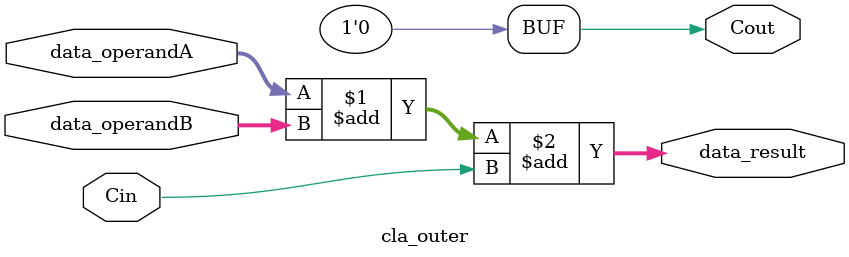
<source format=v>
module cla_outer (data_operandA, data_operandB, Cin, data_result, Cout); 

    input [32:0] data_operandA, data_operandB;
    input Cin;
    output [32:0] data_result;
    output Cout;

    assign data_result = data_operandA + data_operandB + Cin;
    assign Cout = 1'b0;



    // wire [7:0] block_sum_1, block_sum_2, block_sum_3, block_sum_4;
    // wire [3:0] big_G, big_P;
    // wire [4:0] carry;

    // //////////// CALCULATE CARRIES

    // // l0
    // assign carry[0] = Cin;
    // // l1
    // wire c1;
    // and carry_and1(c1, big_P[0], carry[0]);
    // or carry_or1(carry[1], c1, big_G[0]);
    // // l2
    // wire c2, c3;
    // and carry_and2(c2, big_P[1], big_G[0]);
    // and carry_and3(c3, big_P[1], big_P[0], carry[0]);
    // or carry_or2(carry[2], big_G[1], c2, c3);
    // // l3
    // wire c4, c5, c6;
    // and carry_and6(c6, big_P[2], big_G[1]);
    // and carry_and4(c4, big_P[2], big_P[1], big_G[0]);
    // and carry_and5(c5, big_P[2], big_P[1], big_P[0], carry[0]);
    // or carry_or3(carry[3], big_G[2], c4, c5, c6);
    // // l4
    // wire c7, c8, c9, c10;
    // and carry_and7(c7, big_P[3], big_G[2]);
    // and carry_and8(c8, big_P[3], big_P[2], big_G[1]);
    // and carry_and9(c9, big_P[3], big_P[2], big_P[1], big_G[0]);
    // and carry_and10(c10, big_P[3], big_P[2], big_P[1], big_P[0], carry[0]);
    // or carry_or4(carry[4], big_G[3], c7, c8, c9, c10);

    // //////////// CALCULATE SUMS

    // // low 8 bits
    // cla_inner lowest8(.data_operandA(data_operandA[7:0]), .data_operandB(data_operandB[7:0]),
    // .Cin(Cin), .data_result(data_result[7:0]), .Cout(carry[1]), .big_G(big_G[0]), .big_P(big_P[0]));

    // // low-med 8 bits
    // cla_inner lowmed8(.data_operandA(data_operandA[15:8]), .data_operandB(data_operandB[15:8]),
    // .Cin(carry[1]), .data_result(data_result[15:8]), .Cout(carry[2]), .big_G(big_G[1]), .big_P(big_P[1]));

    // // hi-med 8 bits
    // cla_inner himed8(.data_operandA(data_operandA[23:16]), .data_operandB(data_operandB[23:16]),
    // .Cin(carry[2]), .data_result(data_result[23:16]), .Cout(carry[3]), .big_G(big_G[2]), .big_P(big_P[2]));

    // // high 8 bits
    // cla_inner highest8(.data_operandA(data_operandA[31:24]), .data_operandB(data_operandB[31:24]),
    // .Cin(carry[3]), .data_result(data_result[31:24]), .Cout(carry[4]), .big_G(big_G[3]), .big_P(big_P[3]));

    // // FINAL OUTPUTS
    // wire ab, ac, bc;
    // xor final_bit(data_result[32], data_operandA[32], data_operandB[32], carry[4]);
    // and aband(ab, data_operandA[32], data_operandB[32]);
    // and acand(ac, data_operandA[32], carry[4]); 
    // and bcand(bc, data_operandB[32], carry[4]);
    // or cout_or(Cout, ab, bc, ac);

endmodule
</source>
